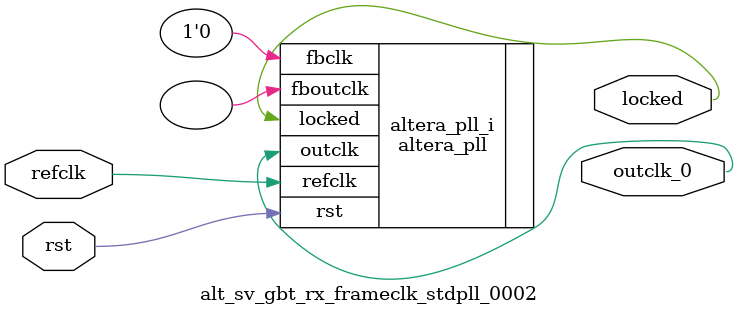
<source format=v>
`timescale 1ns/10ps
module  alt_sv_gbt_rx_frameclk_stdpll_0002(

	// interface 'refclk'
	input wire refclk,

	// interface 'reset'
	input wire rst,

	// interface 'outclk0'
	output wire outclk_0,

	// interface 'locked'
	output wire locked
);

	altera_pll #(
		.fractional_vco_multiplier("false"),
		.reference_clock_frequency("120.0 MHz"),
		.operation_mode("normal"),
		.number_of_clocks(1),
		.output_clock_frequency0("40.000000 MHz"),
		.phase_shift0("0 ps"),
		.duty_cycle0(50),
		.output_clock_frequency1("0 MHz"),
		.phase_shift1("0 ps"),
		.duty_cycle1(50),
		.output_clock_frequency2("0 MHz"),
		.phase_shift2("0 ps"),
		.duty_cycle2(50),
		.output_clock_frequency3("0 MHz"),
		.phase_shift3("0 ps"),
		.duty_cycle3(50),
		.output_clock_frequency4("0 MHz"),
		.phase_shift4("0 ps"),
		.duty_cycle4(50),
		.output_clock_frequency5("0 MHz"),
		.phase_shift5("0 ps"),
		.duty_cycle5(50),
		.output_clock_frequency6("0 MHz"),
		.phase_shift6("0 ps"),
		.duty_cycle6(50),
		.output_clock_frequency7("0 MHz"),
		.phase_shift7("0 ps"),
		.duty_cycle7(50),
		.output_clock_frequency8("0 MHz"),
		.phase_shift8("0 ps"),
		.duty_cycle8(50),
		.output_clock_frequency9("0 MHz"),
		.phase_shift9("0 ps"),
		.duty_cycle9(50),
		.output_clock_frequency10("0 MHz"),
		.phase_shift10("0 ps"),
		.duty_cycle10(50),
		.output_clock_frequency11("0 MHz"),
		.phase_shift11("0 ps"),
		.duty_cycle11(50),
		.output_clock_frequency12("0 MHz"),
		.phase_shift12("0 ps"),
		.duty_cycle12(50),
		.output_clock_frequency13("0 MHz"),
		.phase_shift13("0 ps"),
		.duty_cycle13(50),
		.output_clock_frequency14("0 MHz"),
		.phase_shift14("0 ps"),
		.duty_cycle14(50),
		.output_clock_frequency15("0 MHz"),
		.phase_shift15("0 ps"),
		.duty_cycle15(50),
		.output_clock_frequency16("0 MHz"),
		.phase_shift16("0 ps"),
		.duty_cycle16(50),
		.output_clock_frequency17("0 MHz"),
		.phase_shift17("0 ps"),
		.duty_cycle17(50),
		.pll_type("General"),
		.pll_subtype("General")
	) altera_pll_i (
		.rst	(rst),
		.outclk	({outclk_0}),
		.locked	(locked),
		.fboutclk	( ),
		.fbclk	(1'b0),
		.refclk	(refclk)
	);
endmodule


</source>
